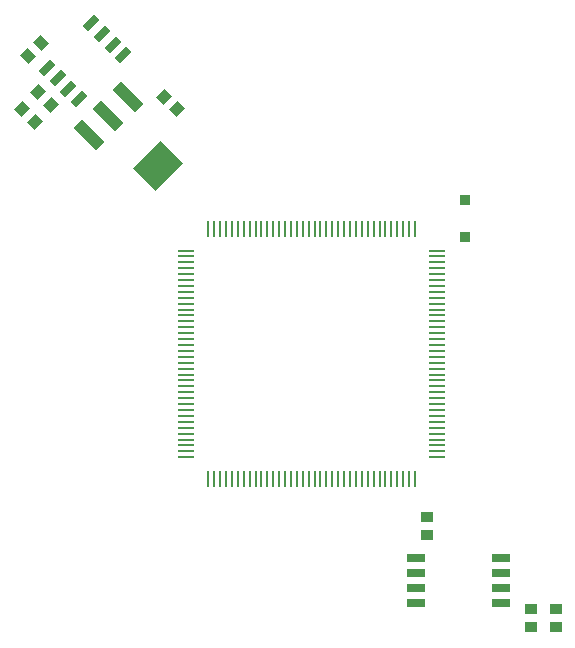
<source format=gtp>
G04*
G04 #@! TF.GenerationSoftware,Altium Limited,Altium Designer,22.1.2 (22)*
G04*
G04 Layer_Color=8421504*
%FSLAX25Y25*%
%MOIN*%
G70*
G04*
G04 #@! TF.SameCoordinates,7EB5FEC4-0347-4BB5-A0A8-A435BEEEC189*
G04*
G04*
G04 #@! TF.FilePolarity,Positive*
G04*
G01*
G75*
%ADD16O,0.05512X0.00984*%
%ADD17O,0.00984X0.05512*%
%ADD18R,0.06496X0.02559*%
G04:AMPARAMS|DCode=19|XSize=55.12mil|YSize=23.62mil|CornerRadius=0mil|HoleSize=0mil|Usage=FLASHONLY|Rotation=45.000|XOffset=0mil|YOffset=0mil|HoleType=Round|Shape=Rectangle|*
%AMROTATEDRECTD19*
4,1,4,-0.01114,-0.02784,-0.02784,-0.01114,0.01114,0.02784,0.02784,0.01114,-0.01114,-0.02784,0.0*
%
%ADD19ROTATEDRECTD19*%

G04:AMPARAMS|DCode=20|XSize=39.37mil|YSize=106.3mil|CornerRadius=0mil|HoleSize=0mil|Usage=FLASHONLY|Rotation=45.000|XOffset=0mil|YOffset=0mil|HoleType=Round|Shape=Rectangle|*
%AMROTATEDRECTD20*
4,1,4,0.02366,-0.05150,-0.05150,0.02366,-0.02366,0.05150,0.05150,-0.02366,0.02366,-0.05150,0.0*
%
%ADD20ROTATEDRECTD20*%

G04:AMPARAMS|DCode=21|XSize=129.92mil|YSize=106.3mil|CornerRadius=0mil|HoleSize=0mil|Usage=FLASHONLY|Rotation=45.000|XOffset=0mil|YOffset=0mil|HoleType=Round|Shape=Rectangle|*
%AMROTATEDRECTD21*
4,1,4,-0.00835,-0.08352,-0.08352,-0.00835,0.00835,0.08352,0.08352,0.00835,-0.00835,-0.08352,0.0*
%
%ADD21ROTATEDRECTD21*%

G04:AMPARAMS|DCode=22|XSize=36.61mil|YSize=38.58mil|CornerRadius=0mil|HoleSize=0mil|Usage=FLASHONLY|Rotation=225.000|XOffset=0mil|YOffset=0mil|HoleType=Round|Shape=Rectangle|*
%AMROTATEDRECTD22*
4,1,4,-0.00070,0.02659,0.02659,-0.00070,0.00070,-0.02659,-0.02659,0.00070,-0.00070,0.02659,0.0*
%
%ADD22ROTATEDRECTD22*%

%ADD23R,0.03858X0.03661*%
G04:AMPARAMS|DCode=24|XSize=36.61mil|YSize=38.58mil|CornerRadius=0mil|HoleSize=0mil|Usage=FLASHONLY|Rotation=135.000|XOffset=0mil|YOffset=0mil|HoleType=Round|Shape=Rectangle|*
%AMROTATEDRECTD24*
4,1,4,0.02659,0.00070,-0.00070,-0.02659,-0.02659,-0.00070,0.00070,0.02659,0.02659,0.00070,0.0*
%
%ADD24ROTATEDRECTD24*%

%ADD25R,0.03740X0.03543*%
D16*
X198268Y274449D02*
D03*
Y272480D02*
D03*
Y270512D02*
D03*
Y268543D02*
D03*
Y266575D02*
D03*
Y264606D02*
D03*
Y262638D02*
D03*
Y260669D02*
D03*
Y258701D02*
D03*
Y256732D02*
D03*
Y254764D02*
D03*
Y252795D02*
D03*
Y250827D02*
D03*
Y248858D02*
D03*
Y246890D02*
D03*
Y244921D02*
D03*
Y242953D02*
D03*
Y240984D02*
D03*
Y239016D02*
D03*
Y237047D02*
D03*
Y235079D02*
D03*
Y233110D02*
D03*
Y231142D02*
D03*
Y229173D02*
D03*
Y227205D02*
D03*
Y225236D02*
D03*
Y223268D02*
D03*
Y221299D02*
D03*
Y219331D02*
D03*
Y217362D02*
D03*
Y215394D02*
D03*
Y213425D02*
D03*
Y211457D02*
D03*
Y209488D02*
D03*
Y207520D02*
D03*
Y205551D02*
D03*
X281732D02*
D03*
Y207520D02*
D03*
Y209488D02*
D03*
Y211457D02*
D03*
Y213425D02*
D03*
Y215394D02*
D03*
Y217362D02*
D03*
Y219331D02*
D03*
Y221299D02*
D03*
Y223268D02*
D03*
Y225236D02*
D03*
Y227205D02*
D03*
Y229173D02*
D03*
Y231142D02*
D03*
Y233110D02*
D03*
Y235079D02*
D03*
Y237047D02*
D03*
Y239016D02*
D03*
Y240984D02*
D03*
Y242953D02*
D03*
Y244921D02*
D03*
Y246890D02*
D03*
Y248858D02*
D03*
Y250827D02*
D03*
Y252795D02*
D03*
Y254764D02*
D03*
Y256732D02*
D03*
Y258701D02*
D03*
Y260669D02*
D03*
Y262638D02*
D03*
Y264606D02*
D03*
Y266575D02*
D03*
Y268543D02*
D03*
Y270512D02*
D03*
Y272480D02*
D03*
Y274449D02*
D03*
D17*
X205551Y198268D02*
D03*
X207520D02*
D03*
X209488D02*
D03*
X211457D02*
D03*
X213425D02*
D03*
X215394D02*
D03*
X217362D02*
D03*
X219331D02*
D03*
X221299D02*
D03*
X223268D02*
D03*
X225236D02*
D03*
X227205D02*
D03*
X229173D02*
D03*
X231142D02*
D03*
X233110D02*
D03*
X235079D02*
D03*
X237047D02*
D03*
X239016D02*
D03*
X240984D02*
D03*
X242953D02*
D03*
X244921D02*
D03*
X246890D02*
D03*
X248858D02*
D03*
X250827D02*
D03*
X252795D02*
D03*
X254764D02*
D03*
X256732D02*
D03*
X258701D02*
D03*
X260669D02*
D03*
X262638D02*
D03*
X264606D02*
D03*
X266575D02*
D03*
X268543D02*
D03*
X270512D02*
D03*
X272480D02*
D03*
X274449D02*
D03*
Y281732D02*
D03*
X272480D02*
D03*
X270512D02*
D03*
X268543D02*
D03*
X266575D02*
D03*
X264606D02*
D03*
X262638D02*
D03*
X260669D02*
D03*
X258701D02*
D03*
X256732D02*
D03*
X254764D02*
D03*
X252795D02*
D03*
X250827D02*
D03*
X248858D02*
D03*
X246890D02*
D03*
X244921D02*
D03*
X242953D02*
D03*
X240984D02*
D03*
X239016D02*
D03*
X237047D02*
D03*
X235079D02*
D03*
X233110D02*
D03*
X231142D02*
D03*
X229173D02*
D03*
X227205D02*
D03*
X225236D02*
D03*
X223268D02*
D03*
X221299D02*
D03*
X219331D02*
D03*
X217362D02*
D03*
X215394D02*
D03*
X213425D02*
D03*
X211457D02*
D03*
X209488D02*
D03*
X207520D02*
D03*
X205551D02*
D03*
D18*
X303173Y172000D02*
D03*
Y167000D02*
D03*
Y162000D02*
D03*
Y157000D02*
D03*
X274827D02*
D03*
Y162000D02*
D03*
Y167000D02*
D03*
Y172000D02*
D03*
D19*
X166574Y350181D02*
D03*
X170109Y346645D02*
D03*
X173645Y343109D02*
D03*
X177181Y339574D02*
D03*
X162426Y324819D02*
D03*
X158890Y328355D02*
D03*
X155355Y331891D02*
D03*
X151819Y335426D02*
D03*
D20*
X178691Y325615D02*
D03*
X172287Y319212D02*
D03*
X165885Y312809D02*
D03*
D21*
X188713Y302787D02*
D03*
D22*
X145356Y339356D02*
D03*
X149644Y343644D02*
D03*
D23*
X321500Y148937D02*
D03*
Y155000D02*
D03*
X278500Y185531D02*
D03*
Y179469D02*
D03*
X313000Y148969D02*
D03*
Y155032D02*
D03*
D24*
X143356Y321644D02*
D03*
X147644Y317356D02*
D03*
X148856Y327144D02*
D03*
X153144Y322856D02*
D03*
X190713Y325787D02*
D03*
X195000Y321500D02*
D03*
D25*
X291000Y291201D02*
D03*
Y278799D02*
D03*
M02*

</source>
